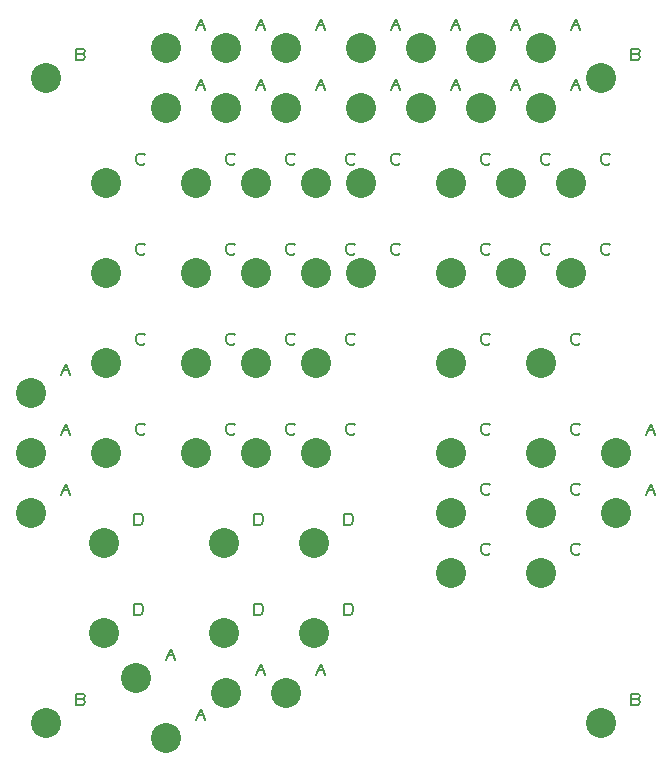
<source format=gbr>
G04 EasyPC Gerber Version 21.0.3 Build 4286 *
G04 #@! TF.Part,Single*
G04 #@! TF.FileFunction,Drillmap *
G04 #@! TF.FilePolarity,Positive *
%FSLAX35Y35*%
%MOIN*%
%ADD12C,0.00500*%
G04 #@! TA.AperFunction,WasherPad*
%ADD24C,0.10000*%
X0Y0D02*
D02*
D12*
X25250Y96187D02*
X26813Y99937D01*
X28375Y96187*
X25875Y97750D02*
X27750D01*
X25250Y116187D02*
X26813Y119937D01*
X28375Y116187*
X25875Y117750D02*
X27750D01*
X25250Y136187D02*
X26813Y139937D01*
X28375Y136187*
X25875Y137750D02*
X27750D01*
X32437Y28063D02*
X33063Y27750D01*
X33375Y27125*
X33063Y26500*
X32437Y26187*
X30250*
Y29937*
X32437*
X33063Y29625*
X33375Y29000*
X33063Y28375*
X32437Y28063*
X30250*
X32437Y243063D02*
X33063Y242750D01*
X33375Y242125*
X33063Y241500*
X32437Y241187*
X30250*
Y244937*
X32437*
X33063Y244625*
X33375Y244000*
X33063Y243375*
X32437Y243063*
X30250*
X49581Y56187D02*
Y59937D01*
X51456*
X52081Y59625*
X52393Y59313*
X52706Y58687*
Y57437*
X52393Y56813*
X52081Y56500*
X51456Y56187*
X49581*
Y86187D02*
Y89937D01*
X51456*
X52081Y89625*
X52393Y89313*
X52706Y88687*
Y87437*
X52393Y86813*
X52081Y86500*
X51456Y86187*
X49581*
X53375Y116813D02*
X53063Y116500D01*
X52437Y116187*
X51500*
X50875Y116500*
X50563Y116813*
X50250Y117437*
Y118687*
X50563Y119313*
X50875Y119625*
X51500Y119937*
X52437*
X53063Y119625*
X53375Y119313*
Y146813D02*
X53063Y146500D01*
X52437Y146187*
X51500*
X50875Y146500*
X50563Y146813*
X50250Y147437*
Y148687*
X50563Y149313*
X50875Y149625*
X51500Y149937*
X52437*
X53063Y149625*
X53375Y149313*
Y176813D02*
X53063Y176500D01*
X52437Y176187*
X51500*
X50875Y176500*
X50563Y176813*
X50250Y177437*
Y178687*
X50563Y179313*
X50875Y179625*
X51500Y179937*
X52437*
X53063Y179625*
X53375Y179313*
Y206813D02*
X53063Y206500D01*
X52437Y206187*
X51500*
X50875Y206500*
X50563Y206813*
X50250Y207437*
Y208687*
X50563Y209313*
X50875Y209625*
X51500Y209937*
X52437*
X53063Y209625*
X53375Y209313*
X60250Y41187D02*
X61813Y44937D01*
X63375Y41187*
X60875Y42750D02*
X62750D01*
X70250Y21187D02*
X71813Y24937D01*
X73375Y21187*
X70875Y22750D02*
X72750D01*
X70250Y231187D02*
X71813Y234937D01*
X73375Y231187*
X70875Y232750D02*
X72750D01*
X70250Y251187D02*
X71813Y254937D01*
X73375Y251187*
X70875Y252750D02*
X72750D01*
X83375Y116813D02*
X83063Y116500D01*
X82437Y116187*
X81500*
X80875Y116500*
X80563Y116813*
X80250Y117437*
Y118687*
X80563Y119313*
X80875Y119625*
X81500Y119937*
X82437*
X83063Y119625*
X83375Y119313*
Y146813D02*
X83063Y146500D01*
X82437Y146187*
X81500*
X80875Y146500*
X80563Y146813*
X80250Y147437*
Y148687*
X80563Y149313*
X80875Y149625*
X81500Y149937*
X82437*
X83063Y149625*
X83375Y149313*
Y176813D02*
X83063Y176500D01*
X82437Y176187*
X81500*
X80875Y176500*
X80563Y176813*
X80250Y177437*
Y178687*
X80563Y179313*
X80875Y179625*
X81500Y179937*
X82437*
X83063Y179625*
X83375Y179313*
Y206813D02*
X83063Y206500D01*
X82437Y206187*
X81500*
X80875Y206500*
X80563Y206813*
X80250Y207437*
Y208687*
X80563Y209313*
X80875Y209625*
X81500Y209937*
X82437*
X83063Y209625*
X83375Y209313*
X89581Y56187D02*
Y59937D01*
X91456*
X92081Y59625*
X92393Y59313*
X92706Y58687*
Y57437*
X92393Y56813*
X92081Y56500*
X91456Y56187*
X89581*
Y86187D02*
Y89937D01*
X91456*
X92081Y89625*
X92393Y89313*
X92706Y88687*
Y87437*
X92393Y86813*
X92081Y86500*
X91456Y86187*
X89581*
X90250Y36187D02*
X91813Y39937D01*
X93375Y36187*
X90875Y37750D02*
X92750D01*
X90250Y231187D02*
X91813Y234937D01*
X93375Y231187*
X90875Y232750D02*
X92750D01*
X90250Y251187D02*
X91813Y254937D01*
X93375Y251187*
X90875Y252750D02*
X92750D01*
X103375Y116813D02*
X103063Y116500D01*
X102437Y116187*
X101500*
X100875Y116500*
X100563Y116813*
X100250Y117437*
Y118687*
X100563Y119313*
X100875Y119625*
X101500Y119937*
X102437*
X103063Y119625*
X103375Y119313*
Y146813D02*
X103063Y146500D01*
X102437Y146187*
X101500*
X100875Y146500*
X100563Y146813*
X100250Y147437*
Y148687*
X100563Y149313*
X100875Y149625*
X101500Y149937*
X102437*
X103063Y149625*
X103375Y149313*
Y176813D02*
X103063Y176500D01*
X102437Y176187*
X101500*
X100875Y176500*
X100563Y176813*
X100250Y177437*
Y178687*
X100563Y179313*
X100875Y179625*
X101500Y179937*
X102437*
X103063Y179625*
X103375Y179313*
Y206813D02*
X103063Y206500D01*
X102437Y206187*
X101500*
X100875Y206500*
X100563Y206813*
X100250Y207437*
Y208687*
X100563Y209313*
X100875Y209625*
X101500Y209937*
X102437*
X103063Y209625*
X103375Y209313*
X110250Y36187D02*
X111813Y39937D01*
X113375Y36187*
X110875Y37750D02*
X112750D01*
X110250Y231187D02*
X111813Y234937D01*
X113375Y231187*
X110875Y232750D02*
X112750D01*
X110250Y251187D02*
X111813Y254937D01*
X113375Y251187*
X110875Y252750D02*
X112750D01*
X119581Y56187D02*
Y59937D01*
X121456*
X122081Y59625*
X122393Y59313*
X122706Y58687*
Y57437*
X122393Y56813*
X122081Y56500*
X121456Y56187*
X119581*
Y86187D02*
Y89937D01*
X121456*
X122081Y89625*
X122393Y89313*
X122706Y88687*
Y87437*
X122393Y86813*
X122081Y86500*
X121456Y86187*
X119581*
X123375Y116813D02*
X123063Y116500D01*
X122437Y116187*
X121500*
X120875Y116500*
X120563Y116813*
X120250Y117437*
Y118687*
X120563Y119313*
X120875Y119625*
X121500Y119937*
X122437*
X123063Y119625*
X123375Y119313*
Y146813D02*
X123063Y146500D01*
X122437Y146187*
X121500*
X120875Y146500*
X120563Y146813*
X120250Y147437*
Y148687*
X120563Y149313*
X120875Y149625*
X121500Y149937*
X122437*
X123063Y149625*
X123375Y149313*
Y176813D02*
X123063Y176500D01*
X122437Y176187*
X121500*
X120875Y176500*
X120563Y176813*
X120250Y177437*
Y178687*
X120563Y179313*
X120875Y179625*
X121500Y179937*
X122437*
X123063Y179625*
X123375Y179313*
Y206813D02*
X123063Y206500D01*
X122437Y206187*
X121500*
X120875Y206500*
X120563Y206813*
X120250Y207437*
Y208687*
X120563Y209313*
X120875Y209625*
X121500Y209937*
X122437*
X123063Y209625*
X123375Y209313*
X138375Y176813D02*
X138063Y176500D01*
X137437Y176187*
X136500*
X135875Y176500*
X135563Y176813*
X135250Y177437*
Y178687*
X135563Y179313*
X135875Y179625*
X136500Y179937*
X137437*
X138063Y179625*
X138375Y179313*
Y206813D02*
X138063Y206500D01*
X137437Y206187*
X136500*
X135875Y206500*
X135563Y206813*
X135250Y207437*
Y208687*
X135563Y209313*
X135875Y209625*
X136500Y209937*
X137437*
X138063Y209625*
X138375Y209313*
X135250Y231187D02*
X136813Y234937D01*
X138375Y231187*
X135875Y232750D02*
X137750D01*
X135250Y251187D02*
X136813Y254937D01*
X138375Y251187*
X135875Y252750D02*
X137750D01*
X155250Y231187D02*
X156813Y234937D01*
X158375Y231187*
X155875Y232750D02*
X157750D01*
X155250Y251187D02*
X156813Y254937D01*
X158375Y251187*
X155875Y252750D02*
X157750D01*
X168375Y76813D02*
X168063Y76500D01*
X167437Y76187*
X166500*
X165875Y76500*
X165563Y76813*
X165250Y77437*
Y78687*
X165563Y79313*
X165875Y79625*
X166500Y79937*
X167437*
X168063Y79625*
X168375Y79313*
Y96813D02*
X168063Y96500D01*
X167437Y96187*
X166500*
X165875Y96500*
X165563Y96813*
X165250Y97437*
Y98687*
X165563Y99313*
X165875Y99625*
X166500Y99937*
X167437*
X168063Y99625*
X168375Y99313*
Y116813D02*
X168063Y116500D01*
X167437Y116187*
X166500*
X165875Y116500*
X165563Y116813*
X165250Y117437*
Y118687*
X165563Y119313*
X165875Y119625*
X166500Y119937*
X167437*
X168063Y119625*
X168375Y119313*
Y146813D02*
X168063Y146500D01*
X167437Y146187*
X166500*
X165875Y146500*
X165563Y146813*
X165250Y147437*
Y148687*
X165563Y149313*
X165875Y149625*
X166500Y149937*
X167437*
X168063Y149625*
X168375Y149313*
Y176813D02*
X168063Y176500D01*
X167437Y176187*
X166500*
X165875Y176500*
X165563Y176813*
X165250Y177437*
Y178687*
X165563Y179313*
X165875Y179625*
X166500Y179937*
X167437*
X168063Y179625*
X168375Y179313*
Y206813D02*
X168063Y206500D01*
X167437Y206187*
X166500*
X165875Y206500*
X165563Y206813*
X165250Y207437*
Y208687*
X165563Y209313*
X165875Y209625*
X166500Y209937*
X167437*
X168063Y209625*
X168375Y209313*
X175250Y231187D02*
X176813Y234937D01*
X178375Y231187*
X175875Y232750D02*
X177750D01*
X175250Y251187D02*
X176813Y254937D01*
X178375Y251187*
X175875Y252750D02*
X177750D01*
X188375Y176813D02*
X188063Y176500D01*
X187437Y176187*
X186500*
X185875Y176500*
X185563Y176813*
X185250Y177437*
Y178687*
X185563Y179313*
X185875Y179625*
X186500Y179937*
X187437*
X188063Y179625*
X188375Y179313*
Y206813D02*
X188063Y206500D01*
X187437Y206187*
X186500*
X185875Y206500*
X185563Y206813*
X185250Y207437*
Y208687*
X185563Y209313*
X185875Y209625*
X186500Y209937*
X187437*
X188063Y209625*
X188375Y209313*
X198375Y76813D02*
X198063Y76500D01*
X197437Y76187*
X196500*
X195875Y76500*
X195563Y76813*
X195250Y77437*
Y78687*
X195563Y79313*
X195875Y79625*
X196500Y79937*
X197437*
X198063Y79625*
X198375Y79313*
Y96813D02*
X198063Y96500D01*
X197437Y96187*
X196500*
X195875Y96500*
X195563Y96813*
X195250Y97437*
Y98687*
X195563Y99313*
X195875Y99625*
X196500Y99937*
X197437*
X198063Y99625*
X198375Y99313*
Y116813D02*
X198063Y116500D01*
X197437Y116187*
X196500*
X195875Y116500*
X195563Y116813*
X195250Y117437*
Y118687*
X195563Y119313*
X195875Y119625*
X196500Y119937*
X197437*
X198063Y119625*
X198375Y119313*
Y146813D02*
X198063Y146500D01*
X197437Y146187*
X196500*
X195875Y146500*
X195563Y146813*
X195250Y147437*
Y148687*
X195563Y149313*
X195875Y149625*
X196500Y149937*
X197437*
X198063Y149625*
X198375Y149313*
X195250Y231187D02*
X196813Y234937D01*
X198375Y231187*
X195875Y232750D02*
X197750D01*
X195250Y251187D02*
X196813Y254937D01*
X198375Y251187*
X195875Y252750D02*
X197750D01*
X208375Y176813D02*
X208063Y176500D01*
X207437Y176187*
X206500*
X205875Y176500*
X205563Y176813*
X205250Y177437*
Y178687*
X205563Y179313*
X205875Y179625*
X206500Y179937*
X207437*
X208063Y179625*
X208375Y179313*
Y206813D02*
X208063Y206500D01*
X207437Y206187*
X206500*
X205875Y206500*
X205563Y206813*
X205250Y207437*
Y208687*
X205563Y209313*
X205875Y209625*
X206500Y209937*
X207437*
X208063Y209625*
X208375Y209313*
X217437Y28063D02*
X218063Y27750D01*
X218375Y27125*
X218063Y26500*
X217437Y26187*
X215250*
Y29937*
X217437*
X218063Y29625*
X218375Y29000*
X218063Y28375*
X217437Y28063*
X215250*
X217437Y243063D02*
X218063Y242750D01*
X218375Y242125*
X218063Y241500*
X217437Y241187*
X215250*
Y244937*
X217437*
X218063Y244625*
X218375Y244000*
X218063Y243375*
X217437Y243063*
X215250*
X220250Y96187D02*
X221813Y99937D01*
X223375Y96187*
X220875Y97750D02*
X222750D01*
X220250Y116187D02*
X221813Y119937D01*
X223375Y116187*
X220875Y117750D02*
X222750D01*
D02*
D24*
X15250Y90250D03*
Y110250D03*
Y130250D03*
X20250Y20250D03*
Y235250D03*
X39581Y50250D03*
Y80250D03*
X40250Y110250D03*
Y140250D03*
Y170250D03*
Y200250D03*
X50250Y35250D03*
X60250Y15250D03*
Y225250D03*
Y245250D03*
X70250Y110250D03*
Y140250D03*
Y170250D03*
Y200250D03*
X79581Y50250D03*
Y80250D03*
X80250Y30250D03*
Y225250D03*
Y245250D03*
X90250Y110250D03*
Y140250D03*
Y170250D03*
Y200250D03*
X100250Y30250D03*
Y225250D03*
Y245250D03*
X109581Y50250D03*
Y80250D03*
X110250Y110250D03*
Y140250D03*
Y170250D03*
Y200250D03*
X125250Y170250D03*
Y200250D03*
Y225250D03*
Y245250D03*
X145250Y225250D03*
Y245250D03*
X155250Y70250D03*
Y90250D03*
Y110250D03*
Y140250D03*
Y170250D03*
Y200250D03*
X165250Y225250D03*
Y245250D03*
X175250Y170250D03*
Y200250D03*
X185250Y70250D03*
Y90250D03*
Y110250D03*
Y140250D03*
Y225250D03*
Y245250D03*
X195250Y170250D03*
Y200250D03*
X205250Y20250D03*
Y235250D03*
X210250Y90250D03*
Y110250D03*
X0Y0D02*
M02*

</source>
